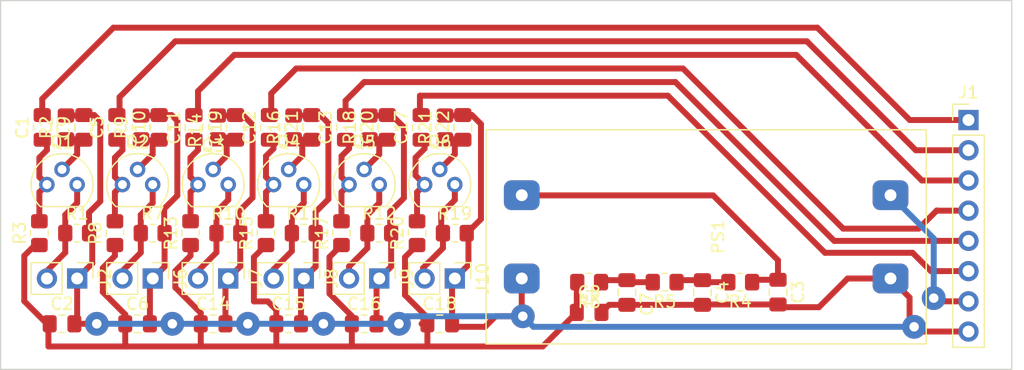
<source format=kicad_pcb>
(kicad_pcb (version 20211014) (generator pcbnew)
  (layers (0 "F.Cu" signal) (31 "B.Cu" signal) (34 "B.Paste" user) (35 "F.Paste" user) (36 "B.SilkS" user "B.Silkscreen") (37 "F.SilkS" user "F.Silkscreen") (38 "B.Mask" user) (39 "F.Mask" user) (44 "Edge.Cuts" user))
  (net 0 "")
  (net 1 "Net-(C1-Pad1)")
  (net 2 "VCC")
  (net 3 "/preOut_1sig")
  (net 4 "GNDA")
  (net 5 "Net-(C5-Pad1)")
  (net 6 "/preOut_2sig")
  (net 7 "/preIn_1sig")
  (net 8 "/preOut_3sig")
  (net 9 "/preOut_4sig")
  (net 10 "/preOut_5sig")
  (net 11 "/preOut_6sig")
  (net 12 "Net-(C9-Pad1)")
  (net 13 "Net-(C10-Pad1)")
  (net 14 "/preIn_2sig")
  (net 15 "Net-(C11-Pad1)")
  (net 16 "Net-(C12-Pad1)")
  (net 17 "Net-(C13-Pad1)")
  (net 18 "Net-(C17-Pad1)")
  (net 19 "/preIn_3sig")
  (net 20 "/preIn_4sig")
  (net 21 "/preIn_5sig")
  (net 22 "/preIn_6sig")
  (net 23 "Net-(C19-Pad1)")
  (net 24 "Net-(C20-Pad1)")
  (net 25 "Net-(C21-Pad1)")
  (net 26 "Net-(C22-Pad1)")
  (net 27 "Net-(C3-Pad1)")
  (net 28 "Net-(C4-Pad1)")
  (net 29 "Net-(C7-Pad1)")
  (net 30 "/Vin")
  (footprint "Capacitor_SMD:C_0805_2012Metric_Pad1.18x1.45mm_HandSolder" (layer "F.Cu") (at 116.197229 127.085 90)
    (fp_text reference "C20")
    (fp_text value "4.7u")
  )
  (footprint "Resistor_SMD:R_0805_2012Metric_Pad1.20x1.40mm_HandSolder" (layer "F.Cu") (at 89.197229 127.085 90)
    (fp_text reference "R2")
    (fp_text value "2.2k")
  )
  (footprint "Resistor_SMD:R_0805_2012Metric_Pad1.20x1.40mm_HandSolder" (layer "F.Cu") (at 99.667229 135.975 90)
    (fp_text reference "R13")
    (fp_text value "6.8k")
  )
  (footprint "Capacitor_SMD:C_0805_2012Metric_Pad1.18x1.45mm_HandSolder" (layer "F.Cu") (at 133.172229 142.635)
    (fp_text reference "C8")
    (fp_text value "10u")
  )
  (footprint "Capacitor_SMD:C_0805_2012Metric_Pad1.18x1.45mm_HandSolder" (layer "F.Cu") (at 119.055 127.085 90)
    (fp_text reference "C17")
    (fp_text value "4.7u")
  )
  (footprint "Capacitor_SMD:C_0805_2012Metric_Pad1.18x1.45mm_HandSolder" (layer "F.Cu") (at 87.197229 127.085 90)
    (fp_text reference "C1")
    (fp_text value "4.7u")
  )
  (footprint "Package_TO_SOT_THT:TO-92" (layer "F.Cu") (at 93.942229 131.89)
    (fp_text reference "Q2")
    (fp_text value "mpf102")
  )
  (footprint "Capacitor_SMD:C_0805_2012Metric_Pad1.18x1.45mm_HandSolder" (layer "F.Cu") (at 149.047229 140.9325 -90)
    (fp_text reference "C3")
    (fp_text value "22u")
  )
  (footprint "Connector_PinHeader_2.54mm:PinHeader_1x02_P2.54mm_Vertical" (layer "F.Cu") (at 109.187229 139.785 -90)
    (fp_text reference "J8")
    (fp_text value "Conn_01x02")
  )
  (footprint "Resistor_SMD:R_0805_2012Metric_Pad1.20x1.40mm_HandSolder" (layer "F.Cu") (at 145.872229 140.095 180)
    (fp_text reference "R4")
    (fp_text value "330")
  )
  (footprint "Capacitor_SMD:C_0805_2012Metric_Pad1.18x1.45mm_HandSolder" (layer "F.Cu") (at 103.447229 127.085 90)
    (fp_text reference "C19")
    (fp_text value "4.7u")
  )
  (footprint "Connector_PinHeader_2.54mm:PinHeader_1x02_P2.54mm_Vertical" (layer "F.Cu") (at 102.832229 139.785 -90)
    (fp_text reference "J7")
    (fp_text value "Conn_01x02")
  )
  (footprint "Package_TO_SOT_THT:TO-92" (layer "F.Cu") (at 100.292229 131.89)
    (fp_text reference "Q3")
    (fp_text value "mpf102")
  )
  (footprint "Resistor_SMD:R_0805_2012Metric_Pad1.20x1.40mm_HandSolder" (layer "F.Cu") (at 108.331 127.085 90)
    (fp_text reference "R16")
    (fp_text value "2.2k")
  )
  (footprint "Resistor_SMD:R_0805_2012Metric_Pad1.20x1.40mm_HandSolder" (layer "F.Cu") (at 86.957229 135.975 90)
    (fp_text reference "R3")
    (fp_text value "6.8k")
  )
  (footprint "Connector_PinHeader_2.54mm:PinHeader_1x02_P2.54mm_Vertical" (layer "F.Cu") (at 121.882229 139.785 -90)
    (fp_text reference "J10")
    (fp_text value "Conn_01x02")
  )
  (footprint "Resistor_SMD:R_0805_2012Metric_Pad1.20x1.40mm_HandSolder" (layer "F.Cu") (at 95.504 127.085 90)
    (fp_text reference "R9")
    (fp_text value "2.2k")
  )
  (footprint "Connector_PinHeader_2.54mm:PinHeader_1x02_P2.54mm_Vertical" (layer "F.Cu") (at 115.532229 139.785 -90)
    (fp_text reference "J9")
    (fp_text value "Conn_01x02")
  )
  (footprint "Resistor_SMD:R_0805_2012Metric_Pad1.20x1.40mm_HandSolder" (layer "F.Cu") (at 96.482229 135.975)
    (fp_text reference "R7")
    (fp_text value "1M")
  )
  (footprint "Connector_PinHeader_2.54mm:PinHeader_1x02_P2.54mm_Vertical" (layer "F.Cu") (at 96.487229 139.785 -90)
    (fp_text reference "J6")
    (fp_text value "Conn_01x02" hide)
  )
  (footprint "Capacitor_SMD:C_0805_2012Metric_Pad1.18x1.45mm_HandSolder" (layer "F.Cu") (at 120.612229 143.595)
    (fp_text reference "C18")
    (fp_text value "10u")
  )
  (footprint "Resistor_SMD:R_0805_2012Metric_Pad1.20x1.40mm_HandSolder" (layer "F.Cu") (at 90.132229 135.975)
    (fp_text reference "R1")
    (fp_text value "1M")
  )
  (footprint "Resistor_SMD:R_0805_2012Metric_Pad1.20x1.40mm_HandSolder" (layer "F.Cu") (at 114.697229 127.085 90)
    (fp_text reference "R18")
    (fp_text value "2.2k")
  )
  (footprint "Capacitor_SMD:C_0805_2012Metric_Pad1.18x1.45mm_HandSolder" (layer "F.Cu") (at 106.299 127.085 90)
    (fp_text reference "C12")
    (fp_text value "4.7u")
  )
  (footprint "Capacitor_SMD:C_0805_2012Metric_Pad1.18x1.45mm_HandSolder" (layer "F.Cu") (at 107.912229 143.595)
    (fp_text reference "C15")
    (fp_text value "10u")
  )
  (footprint "Capacitor_SMD:C_0805_2012Metric_Pad1.18x1.45mm_HandSolder" (layer "F.Cu") (at 109.855 127.085 90)
    (fp_text reference "C21")
    (fp_text value "4.7u")
  )
  (footprint "Resistor_SMD:R_0805_2012Metric_Pad1.20x1.40mm_HandSolder" (layer "F.Cu") (at 121.055 127.085 90)
    (fp_text reference "R21")
    (fp_text value "2.2k")
  )
  (footprint "Capacitor_SMD:C_0805_2012Metric_Pad1.18x1.45mm_HandSolder" (layer "F.Cu") (at 90.697229 127.085 90)
    (fp_text reference "C9")
    (fp_text value "4.7u")
  )
  (footprint "Resistor_SMD:R_0805_2012Metric_Pad1.20x1.40mm_HandSolder" (layer "F.Cu") (at 121.882229 135.975)
    (fp_text reference "R19")
    (fp_text value "1M")
  )
  (footprint "Package_TO_SOT_THT:TO-92" (layer "F.Cu") (at 106.642229 131.89)
    (fp_text reference "Q4")
    (fp_text value "mpf102")
  )
  (footprint "Connector_PinHeader_2.54mm:PinHeader_1x02_P2.54mm_Vertical" (layer "F.Cu") (at 90.132229 139.785 -90)
    (fp_text reference "J2")
    (fp_text value "Conn_01x02" hide)
  )
  (footprint "Capacitor_SMD:C_0805_2012Metric_Pad1.18x1.45mm_HandSolder" (layer "F.Cu") (at 95.212229 143.595)
    (fp_text reference "C6")
    (fp_text value "10u")
  )
  (footprint "Capacitor_SMD:C_0805_2012Metric_Pad1.18x1.45mm_HandSolder" (layer "F.Cu") (at 112.697229 127.085 90)
    (fp_text reference "C13")
    (fp_text value "4.7u")
  )
  (footprint "Capacitor_SMD:C_0805_2012Metric_Pad1.18x1.45mm_HandSolder" (layer "F.Cu") (at 122.555 127.085 90)
    (fp_text reference "C22")
    (fp_text value "4.7u")
  )
  (footprint "Connector_PinHeader_2.54mm:PinHeader_1x08_P2.54mm_Vertical" (layer "F.Cu") (at 165.062229 126.465)
    (fp_text reference "J1")
    (fp_text value "Conn_01x08")
  )
  (footprint "Resistor_SMD:R_0805_2012Metric_Pad1.20x1.40mm_HandSolder" (layer "F.Cu") (at 102.842229 135.975)
    (fp_text reference "R10")
    (fp_text value "1M")
  )
  (footprint "Capacitor_SMD:C_0805_2012Metric_Pad1.18x1.45mm_HandSolder" (layer "F.Cu") (at 136.347229 140.9625 -90)
    (fp_text reference "C7")
    (fp_text value "10u")
  )
  (footprint "Capacitor_SMD:C_0805_2012Metric_Pad1.18x1.45mm_HandSolder" (layer "F.Cu") (at 97.028 127.085 90)
    (fp_text reference "C10")
    (fp_text value "4.7u")
  )
  (footprint "Capacitor_SMD:C_0805_2012Metric_Pad1.18x1.45mm_HandSolder" (layer "F.Cu") (at 101.562229 143.595)
    (fp_text reference "C14")
    (fp_text value "10u")
  )
  (footprint "Capacitor_SMD:C_0805_2012Metric_Pad1.18x1.45mm_HandSolder" (layer "F.Cu") (at 93.472 127.085 90)
    (fp_text reference "C5")
    (fp_text value "4.7u")
  )
  (footprint "Resistor_SMD:R_0805_2012Metric_Pad1.20x1.40mm_HandSolder" (layer "F.Cu") (at 133.172229 140.095 180)
    (fp_text reference "R6")
    (fp_text value "330")
  )
  (footprint "Resistor_SMD:R_0805_2012Metric_Pad1.20x1.40mm_HandSolder" (layer "F.Cu") (at 118.707229 135.975 90)
    (fp_text reference "R20")
    (fp_text value "6.8k")
  )
  (footprint "Resistor_SMD:R_0805_2012Metric_Pad1.20x1.40mm_HandSolder" (layer "F.Cu") (at 139.522229 140.095 180)
    (fp_text reference "R5")
    (fp_text value "330")
  )
  (footprint "Capacitor_SMD:C_0805_2012Metric_Pad1.18x1.45mm_HandSolder" (layer "F.Cu") (at 142.697229 140.9625 -90)
    (fp_text reference "C4")
    (fp_text value "10u")
  )
  (footprint "Resistor_SMD:R_0805_2012Metric_Pad1.20x1.40mm_HandSolder" (layer "F.Cu") (at 112.352229 135.975 90)
    (fp_text reference "R17")
    (fp_text value "6.8k")
  )
  (footprint "Resistor_SMD:R_0805_2012Metric_Pad1.20x1.40mm_HandSolder" (layer "F.Cu") (at 106.007229 135.975 90)
    (fp_text reference "R15")
    (fp_text value "6.8k")
  )
  (footprint "Capacitor_SMD:C_0805_2012Metric_Pad1.18x1.45mm_HandSolder" (layer "F.Cu") (at 88.862229 143.595)
    (fp_text reference "C2")
    (fp_text value "10u")
  )
  (footprint "Converter_DCDC:Converter_DCDC_Murata_MEE1SxxxxSC_THT" (layer "F.Cu") (at 143.007229 136.285 -90)
    (fp_text reference "PS1")
    (fp_text value "MEE1S0512SC")
  )
  (footprint "Package_TO_SOT_THT:TO-92" (layer "F.Cu") (at 112.987229 131.89)
    (fp_text reference "Q5")
    (fp_text value "mpf102")
  )
  (footprint "Resistor_SMD:R_0805_2012Metric_Pad1.20x1.40mm_HandSolder" (layer "F.Cu") (at 93.307229 135.975 90)
    (fp_text reference "R8")
    (fp_text value "6.8k")
  )
  (footprint "Capacitor_SMD:C_0805_2012Metric_Pad1.18x1.45mm_HandSolder" (layer "F.Cu") (at 114.262229 143.595)
    (fp_text reference "C16")
    (fp_text value "10u")
  )
  (footprint "Resistor_SMD:R_0805_2012Metric_Pad1.20x1.40mm_HandSolder" (layer "F.Cu") (at 115.527229 135.975)
    (fp_text reference "R12")
    (fp_text value "1M")
  )
  (footprint "Resistor_SMD:R_0805_2012Metric_Pad1.20x1.40mm_HandSolder" (layer "F.Cu") (at 109.182229 135.975)
    (fp_text reference "R11")
    (fp_text value "1M")
  )
  (footprint "Package_TO_SOT_THT:TO-92" (layer "F.Cu") (at 87.592229 131.89)
    (fp_text reference "Q1")
    (fp_text value "mpf102")
  )
  (footprint "Resistor_SMD:R_0805_2012Metric_Pad1.20x1.40mm_HandSolder" (layer "F.Cu") (at 101.947229 127.085 90)
    (fp_text reference "R14")
    (fp_text value "2.2k")
  )
  (footprint "Package_TO_SOT_THT:TO-92" (layer "F.Cu") (at 119.342229 131.89)
    (fp_text reference "Q6")
    (fp_text value "mpf102")
  )
  (footprint "Capacitor_SMD:C_0805_2012Metric_Pad1.18x1.45mm_HandSolder" (layer "F.Cu") (at 99.947229 127.085 90)
    (fp_text reference "C11")
    (fp_text value "4.7u")
  )
  (gr_line (start 168.697229 116.425) (end 83.697229 116.425) (layer "Edge.Cuts") (width 0.1))
  (gr_line (start 83.697229 147.425) (end 168.697229 147.425) (layer "Edge.Cuts") (width 0.1))
  (gr_line (start 83.697229 116.425) (end 83.697229 147.425) (layer "Edge.Cuts") (width 0.1))
  (gr_line (start 168.697229 147.425) (end 168.697229 116.425) (layer "Edge.Cuts") (width 0.1))
  (segment (start 87.592229 128.1225) (end 87.592229 128.99) (width 0.5) (layer "F.Cu") (net 1))
  (segment (start 87.592229 128.99) (end 86.957229 129.625) (width 0.5) (layer "F.Cu") (net 1))
  (segment (start 86.957229 134.975) (end 86.957229 132.525) (width 0.5) (layer "F.Cu") (net 1))
  (segment (start 86.957229 129.625) (end 86.957229 131.255) (width 0.5) (layer "F.Cu") (net 1))
  (segment (start 86.957229 131.255) (end 87.592229 131.89) (width 0.5) (layer "F.Cu") (net 1))
  (segment (start 86.957229 132.525) (end 87.592229 131.89) (width 0.5) (layer "F.Cu") (net 1))
  (segment (start 104.991229 141.7115) (end 106.155729 141.7115) (width 0.5) (layer "F.Cu") (net 2))
  (segment (start 100.524729 145.3515) (end 100.673229 145.5) (width 0.5) (layer "F.Cu") (net 2))
  (segment (start 98.387229 140.547) (end 100.524729 142.6845) (width 0.5) (layer "F.Cu") (net 2))
  (segment (start 113.224729 145.3945) (end 113.119229 145.5) (width 0.5) (layer "F.Cu") (net 2))
  (segment (start 87.592229 143.595) (end 85.687229 141.69) (width 0.5) (layer "F.Cu") (net 2))
  (segment (start 106.874729 143.595) (end 106.874729 145.3515) (width 0.5) (layer "F.Cu") (net 2))
  (segment (start 99.667229 136.975) (end 99.667229 137.87) (width 0.5) (layer "F.Cu") (net 2))
  (segment (start 106.874729 142.4305) (end 106.874729 143.595) (width 0.5) (layer "F.Cu") (net 2))
  (segment (start 86.592229 136.975) (end 86.957229 136.975) (width 0.5) (layer "F.Cu") (net 2))
  (segment (start 113.119229 145.5) (end 107.023229 145.5) (width 0.5) (layer "F.Cu") (net 2))
  (segment (start 94.323229 145.5) (end 87.719229 145.5) (width 0.5) (layer "F.Cu") (net 2))
  (segment (start 111.341229 141.055) (end 111.341229 137.986) (width 0.5) (layer "F.Cu") (net 2))
  (segment (start 132.134729 142.635) (end 132.134729 140.1325) (width 0.5) (layer "F.Cu") (net 2))
  (segment (start 98.387229 139.15) (end 98.387229 140.547) (width 0.5) (layer "F.Cu") (net 2))
  (segment (start 87.824729 143.595) (end 87.592229 143.595) (width 0.5) (layer "F.Cu") (net 2))
  (segment (start 111.341229 137.986) (end 112.352229 136.975) (width 0.5) (layer "F.Cu") (net 2))
  (segment (start 99.667229 137.87) (end 98.387229 139.15) (width 0.5) (layer "F.Cu") (net 2))
  (segment (start 93.307229 137.88) (end 92.291229 138.896) (width 0.5) (layer "F.Cu") (net 2))
  (segment (start 129.269729 145.5) (end 119.469229 145.5) (width 0.5) (layer "F.Cu") (net 2))
  (segment (start 117.691229 141.182) (end 119.574729 143.0655) (width 0.5) (layer "F.Cu") (net 2))
  (segment (start 132.134729 140.1325) (end 132.172229 140.095) (width 0.5) (layer "F.Cu") (net 2))
  (segment (start 94.174729 145.3515) (end 94.323229 145.5) (width 0.5) (layer "F.Cu") (net 2))
  (segment (start 113.224729 142.9385) (end 111.341229 141.055) (width 0.5) (layer "F.Cu") (net 2))
  (segment (start 119.574729 143.0655) (end 119.574729 143.595) (width 0.5) (layer "F.Cu") (net 2))
  (segment (start 113.224729 143.595) (end 113.224729 142.9385) (width 0.5) (layer "F.Cu") (net 2))
  (segment (start 104.991229 137.991) (end 104.991229 141.7115) (width 0.5) (layer "F.Cu") (net 2))
  (segment (start 92.291229 138.896) (end 92.291229 140.928) (width 0.5) (layer "F.Cu") (net 2))
  (segment (start 100.524729 143.595) (end 100.524729 145.3515) (width 0.5) (layer "F.Cu") (net 2))
  (segment (start 94.174729 143.595) (end 93.942229 143.595) (width 0.5) (layer "F.Cu") (net 2))
  (segment (start 85.687229 137.88) (end 85.687229 141.69) (width 0.5) (layer "F.Cu") (net 2))
  (segment (start 119.574729 143.595) (end 119.574729 145.3945) (width 0.5) (layer "F.Cu") (net 2))
  (segment (start 107.023229 145.5) (end 100.673229 145.5) (width 0.5) (layer "F.Cu") (net 2))
  (segment (start 94.174729 143.595) (end 94.174729 145.3515) (width 0.5) (layer "F.Cu") (net 2))
  (segment (start 87.719229 143.7005) (end 87.824729 143.595) (width 0.5) (layer "F.Cu") (net 2))
  (segment (start 106.874729 145.3515) (end 107.023229 145.5) (width 0.5) (layer "F.Cu") (net 2))
  (segment (start 106.007229 136.975) (end 104.991229 137.991) (width 0.5) (layer "F.Cu") (net 2))
  (segment (start 92.291229 140.928) (end 94.174729 142.8115) (width 0.5) (layer "F.Cu") (net 2))
  (segment (start 119.574729 145.3945) (end 119.469229 145.5) (width 0.5) (layer "F.Cu") (net 2))
  (segment (start 106.155729 141.7115) (end 106.874729 142.4305) (width 0.5) (layer "F.Cu") (net 2))
  (segment (start 118.707229 136.975) (end 117.691229 137.991) (width 0.5) (layer "F.Cu") (net 2))
  (segment (start 93.307229 136.975) (end 93.307229 137.88) (width 0.5) (layer "F.Cu") (net 2))
  (segment (start 119.574729 143.595) (end 119.088229 143.595) (width 0.5) (layer "F.Cu") (net 2))
  (segment (start 117.691229 137.991) (end 117.691229 141.182) (width 0.5) (layer "F.Cu") (net 2))
  (segment (start 94.174729 142.8115) (end 94.174729 143.595) (width 0.5) (layer "F.Cu") (net 2))
  (segment (start 85.687229 137.88) (end 86.592229 136.975) (width 0.5) (layer "F.Cu") (net 2))
  (segment (start 100.524729 142.6845) (end 100.524729 143.595) (width 0.5) (layer "F.Cu") (net 2))
  (segment (start 87.719229 145.5) (end 87.719229 143.7005) (width 0.5) (layer "F.Cu") (net 2))
  (segment (start 132.134729 142.635) (end 129.269729 145.5) (width 0.5) (layer "F.Cu") (net 2))
  (segment (start 119.469229 145.5) (end 113.119229 145.5) (width 0.5) (layer "F.Cu") (net 2))
  (segment (start 113.224729 143.595) (end 113.224729 145.3945) (width 0.5) (layer "F.Cu") (net 2))
  (segment (start 100.673229 145.5) (end 94.323229 145.5) (width 0.5) (layer "F.Cu") (net 2))
  (segment (start 113.224729 143.595) (end 112.992229 143.595) (width 0.5) (layer "F.Cu") (net 2))
  (segment (start 87.197229 125.6525) (end 87.197229 124.686) (width 0.5) (layer "F.Cu") (net 3))
  (segment (start 152.362229 118.703) (end 160.124229 126.465) (width 0.5) (layer "F.Cu") (net 3))
  (segment (start 93.180229 118.703) (end 152.362229 118.703) (width 0.5) (layer "F.Cu") (net 3))
  (segment (start 160.124229 126.465) (end 165.062229 126.465) (width 0.5) (layer "F.Cu") (net 3))
  (segment (start 87.197229 124.686) (end 93.180229 118.703) (width 0.5) (layer "F.Cu") (net 3))
  (segment (start 87.592229 126.0475) (end 87.197229 125.6525) (width 0.5) (layer "F.Cu") (net 3))
  (segment (start 160.109229 141.387) (end 160.109229 143.468) (width 0.5) (layer "F.Cu") (net 4))
  (segment (start 98.552771 126.530542) (end 98.552771 132.819458) (width 0.5) (layer "F.Cu") (net 4))
  (segment (start 158.507229 139.785) (end 160.109229 141.387) (width 0.5) (layer "F.Cu") (net 4))
  (segment (start 111.252 133.120229) (end 110.182229 134.19) (width 0.5) (layer "F.Cu") (net 4))
  (segment (start 134.844729 142) (end 134.209729 142.635) (width 0.5) (layer "F.Cu") (net 4))
  (segment (start 120.947229 126.085) (end 122.409729 126.085) (width 0.5) (layer "F.Cu") (net 4))
  (segment (start 104.879584 126.857355) (end 104.879584 132.992645) (width 0.5) (layer "F.Cu") (net 4))
  (segment (start 91.402229 138.515) (end 91.402229 136.245) (width 0.5) (layer "F.Cu") (net 4))
  (segment (start 91.159729 126.085) (end 91.197229 126.0475) (width 0.5) (layer "F.Cu") (net 4))
  (segment (start 97.159729 126.085) (end 97.197229 126.0475) (width 0.5) (layer "F.Cu") (net 4))
  (segment (start 103.697229 134.175) (end 103.697229 135.83) (width 0.5) (layer "F.Cu") (net 4))
  (segment (start 121.903729 143.849) (end 121.649729 143.595) (width 0.5) (layer "F.Cu") (net 4))
  (segment (start 92.075 126.552771) (end 92.075 133.297229) (width 0.5) (layer "F.Cu") (net 4))
  (segment (start 91.569729 126.0475) (end 92.075 126.552771) (width 0.5) (layer "F.Cu") (net 4))
  (segment (start 103.842229 135.975) (end 103.842229 138.775) (width 0.5) (layer "F.Cu") (net 4))
  (segment (start 160.886229 144.245) (end 165.062229 144.245) (width 0.5) (layer "F.Cu") (net 4))
  (segment (start 116.197229 126.0475) (end 116.569729 126.0475) (width 0.5) (layer "F.Cu") (net 4))
  (segment (start 115.299729 143.595) (end 115.299729 140.0175) (width 0.5) (layer "F.Cu") (net 4))
  (segment (start 122.897229 135.975) (end 122.882229 135.975) (width 0.5) (layer "F.Cu") (net 4))
  (segment (start 97.482229 135.975) (end 97.482229 138.79) (width 0.5) (layer "F.Cu") (net 4))
  (segment (start 121.649729 140.0175) (end 121.882229 139.785) (width 0.5) (layer "F.Cu") (net 4))
  (segment (start 152.489229 142.198) (end 149.275229 142.198) (width 0.5) (layer "F.Cu") (net 4))
  (segment (start 127.507229 142.87) (end 127.597229 142.96) (width 0.5) (layer "F.Cu") (net 4))
  (segment (start 111.252 126.729771) (end 111.252 133.120229) (width 0.5) (layer "F.Cu") (net 4))
  (segment (start 110.182229 138.79) (end 109.187229 139.785) (width 0.5) (layer "F.Cu") (net 4))
  (segment (start 121.882229 139.785) (end 123.025229 138.642) (width 0.5) (layer "F.Cu") (net 4))
  (segment (start 149.047229 141.97) (end 142.727229 141.97) (width 0.5) (layer "F.Cu") (net 4))
  (segment (start 89.197229 126.085) (end 90.659729 126.085) (width 0.5) (layer "F.Cu") (net 4))
  (segment (start 91.402229 136.245) (end 91.132229 135.975) (width 0.5) (layer "F.Cu") (net 4))
  (segment (start 122.409729 126.085) (end 122.447229 126.0475) (width 0.5) (layer "F.Cu") (net 4))
  (segment (start 108.949729 140.0225) (end 109.187229 139.785) (width 0.5) (layer "F.Cu") (net 4))
  (segment (start 123.319729 126.0475) (end 124.079 126.806771) (width 0.5) (layer "F.Cu") (net 4))
  (segment (start 97.197229 126.0475) (end 98.069729 126.0475) (width 0.5) (layer "F.Cu") (net 4))
  (segment (start 97.447229 135.94) (end 97.482229 135.975) (width 0.5) (layer "F.Cu") (net 4))
  (segment (start 123.025229 138.642) (end 123.025229 136.118) (width 0.5) (layer "F.Cu") (net 4))
  (segment (start 98.133229 143.595) (end 96.249729 143.595) (width 0.5) (layer "F.Cu") (net 4))
  (segment (start 110.833229 143.595) (end 108.949729 143.595) (width 0.5) (layer "F.Cu") (net 4))
  (segment (start 124.422229 143.849) (end 121.903729 143.849) (width 0.5) (layer "F.Cu") (net 4))
  (segment (start 102.599729 140.0175) (end 102.832229 139.785) (width 0.5) (layer "F.Cu") (net 4))
  (segment (start 96.249729 140.0225) (end 96.487229 139.785) (width 0.5) (layer "F.Cu") (net 4))
  (segment (start 104.483229 143.595) (end 102.599729 143.595) (width 0.5) (layer "F.Cu") (net 4))
  (segment (start 91.783229 143.595) (end 89.899729 143.595) (width 0.5) (layer "F.Cu") (net 4))
  (segment (start 149.275229 142.198) (end 149.047229 141.97) (width 0.5) (layer "F.Cu") (net 4))
  (segment (start 97.482229 138.79) (end 96.487229 139.785) (width 0.5) (layer "F.Cu") (net 4))
  (segment (start 127.507229 139.785) (end 127.507229 142.87) (width 0.5) (layer "F.Cu") (net 4))
  (segment (start 116.159729 126.085) (end 116.197229 126.0475) (width 0.5) (layer "F.Cu") (net 4))
  (segment (start 103.697229 135.83) (end 103.842229 135.975) (width 0.5) (layer "F.Cu") (net 4))
  (segment (start 103.842229 138.775) (end 102.832229 139.785) (width 0.5) (layer "F.Cu") (net 4))
  (segment (start 127.597229 142.96) (end 125.311229 142.96) (width 0.5) (layer "F.Cu") (net 4))
  (segment (start 102.599729 143.595) (end 102.599729 140.0175) (width 0.5) (layer "F.Cu") (net 4))
  (segment (start 90.697229 126.0475) (end 91.569729 126.0475) (width 0.5) (layer "F.Cu") (net 4))
  (segment (start 115.299729 140.0175) (end 115.532229 139.785) (width 0.5) (layer "F.Cu") (net 4))
  (segment (start 154.902229 139.785) (end 152.489229 142.198) (width 0.5) (layer "F.Cu") (net 4))
  (segment (start 103.447229 126.0475) (end 104.069729 126.0475) (width 0.5) (layer "F.Cu") (net 4))
  (segment (start 109.909729 126.085) (end 109.947229 126.0475) (width 0.5) (layer "F.Cu") (net 4))
  (segment (start 117.602 127.079771) (end 117.602 133.020229) (width 0.5) (layer "F.Cu") (net 4))
  (segment (start 116.527229 138.79) (end 115.532229 139.785) (width 0.5) (layer "F.Cu") (net 4))
  (segment (start 117.183229 143.595) (end 115.299729 143.595) (width 0.5) (layer "F.Cu") (net 4))
  (segment (start 116.447229 134.175) (end 116.447229 135.895) (width 0.5) (layer "F.Cu") (net 4))
  (segment (start 103.409729 126.085) (end 103.447229 126.0475) (width 0.5) (layer "F.Cu") (net 4))
  (segment (start 142.697229 142) (end 136.347229 142) (width 0.5) (layer "F.Cu") (net 4))
  (segment (start 122.447229 126.0475) (end 123.319729 126.0475) (width 0.5) (layer "F.Cu") (net 4))
  (segment (start 92.075 133.297229) (end 91.132229 134.24) (width 0.5) (layer "F.Cu") (net 4))
  (segment (start 110.182229 134.19) (end 110.182229 135.975) (width 0.5) (layer "F.Cu") (net 4))
  (segment (start 91.132229 134.24) (end 91.132229 135.975) (width 0.5) (layer "F.Cu") (net 4))
  (segment (start 117.602 133.020229) (end 116.447229 134.175) (width 0.5) (layer "F.Cu") (net 4))
  (segment (start 116.527229 135.975) (end 116.527229 138.79) (width 0.5) (layer "F.Cu") (net 4))
  (segment (start 116.447229 135.895) (end 116.527229 135.975) (width 0.5) (layer "F.Cu") (net 4))
  (segment (start 96.249729 143.595) (end 96.249729 140.0225) (width 0.5) (layer "F.Cu") (net 4))
  (segment (start 97.447229 133.925) (end 97.447229 135.94) (width 0.5) (layer "F.Cu") (net 4))
  (segment (start 108.949729 143.595) (end 108.949729 140.0225) (width 0.5) (layer "F.Cu") (net 4))
  (segment (start 136.347229 142) (end 134.844729 142) (width 0.5) (layer "F.Cu") (net 4))
  (segment (start 90.132229 139.785) (end 90.132229 143.3625) (width 0.5) (layer "F.Cu") (net 4))
  (segment (start 116.569729 126.0475) (end 117.602 127.079771) (width 0.5) (layer "F.Cu") (net 4))
  (segment (start 142.727229 141.97) (end 142.697229 142) (width 0.5) (layer "F.Cu") (net 4))
  (segment (start 160.109229 143.468) (end 160.490229 143.849) (width 0.5) (layer "F.Cu") (net 4))
  (segment (start 114.697229 126.085) (end 116.159729 126.085) (width 0.5) (layer "F.Cu") (net 4))
  (segment (start 121.649729 143.595) (end 121.649729 140.0175) (width 0.5) (layer "F.Cu") (net 4))
  (segment (start 90.132229 143.3625) (end 89.899729 143.595) (width 0.5) (layer "F.Cu") (net 4))
  (segment (start 158.507229 139.785) (end 154.902229 139.785) (width 0.5) (layer "F.Cu") (net 4))
  (segment (start 123.025229 136.118) (end 122.882229 135.975) (width 0.5) (layer "F.Cu") (net 4))
  (segment (start 104.069729 126.0475) (end 104.879584 126.857355) (width 0.5) (layer "F.Cu") (net 4))
  (segment (start 104.879584 132.992645) (end 103.697229 134.175) (width 0.5) (layer "F.Cu") (net 4))
  (segment (start 110.569729 126.0475) (end 111.252 126.729771) (width 0.5) (layer "F.Cu") (net 4))
  (segment (start 101.947229 126.085) (end 103.409729 126.085) (width 0.5) (layer "F.Cu") (net 4))
  (segment (start 124.079 126.806771) (end 124.079 134.793229) (width 0.5) (layer "F.Cu") (net 4))
  (segment (start 90.659729 126.085) (end 90.697229 126.0475) (width 0.5) (layer "F.Cu") (net 4))
  (segment (start 124.079 134.793229) (end 122.897229 135.975) (width 0.5) (layer "F.Cu") (net 4))
  (segment (start 109.947229 126.0475) (end 110.569729 126.0475) (width 0.5) (layer "F.Cu") (net 4))
  (segment (start 95.697229 126.085) (end 97.159729 126.085) (width 0.5) (layer "F.Cu") (net 4))
  (segment (start 98.069729 126.0475) (end 98.552771 126.530542) (width 0.5) (layer "F.Cu") (net 4))
  (segment (start 125.311229 142.96) (end 124.422229 143.849) (width 0.5) (layer "F.Cu") (net 4))
  (segment (start 110.182229 135.975) (end 110.182229 138.79) (width 0.5) (layer "F.Cu") (net 4))
  (segment (start 90.132229 139.785) (end 91.402229 138.515) (width 0.5) (layer "F.Cu") (net 4))
  (segment (start 160.490229 143.849) (end 160.886229 144.245) (width 0.5) (layer "F.Cu") (net 4))
  (segment (start 98.552771 132.819458) (end 97.447229 133.925) (width 0.5) (layer "F.Cu") (net 4))
  (segment (start 108.447229 126.085) (end 109.909729 126.085) (width 0.5) (layer "F.Cu") (net 4))
  (via (at 160.490229 143.849) (size 2) (drill 0.8) (layers "F.Cu" "B.Cu") (net 4))
  (via (at 91.783229 143.595) (size 2) (drill 0.8) (layers "F.Cu" "B.Cu") (net 4))
  (via (at 104.483229 143.595) (size 2) (drill 0.8) (layers "F.Cu" "B.Cu") (net 4))
  (via (at 98.133229 143.595) (size 2) (drill 0.8) (layers "F.Cu" "B.Cu") (net 4))
  (via (at 110.833229 143.595) (size 2) (drill 0.8) (layers "F.Cu" "B.Cu") (net 4))
  (via (at 117.183229 143.595) (size 2) (drill 0.8) (layers "F.Cu" "B.Cu") (net 4))
  (via (at 127.597229 142.96) (size 2) (drill 0.8) (layers "F.Cu" "B.Cu") (net 4))
  (segment (start 128.486229 143.849) (end 127.597229 142.96) (width 0.5) (layer "B.Cu") (net 4))
  (segment (start 160.490229 143.849) (end 128.486229 143.849) (width 0.5) (layer "B.Cu") (net 4))
  (segment (start 110.833229 143.595) (end 104.483229 143.595) (width 0.5) (layer "B.Cu") (net 4))
  (segment (start 117.183229 143.595) (end 110.833229 143.595) (width 0.5) (layer "B.Cu") (net 4))
  (segment (start 117.818229 142.96) (end 117.183229 143.595) (width 0.5) (layer "B.Cu") (net 4))
  (segment (start 98.133229 143.595) (end 91.783229 143.595) (width 0.5) (layer "B.Cu") (net 4))
  (segment (start 127.597229 142.96) (end 117.818229 142.96) (width 0.5) (layer "B.Cu") (net 4))
  (segment (start 104.483229 143.595) (end 98.133229 143.595) (width 0.5) (layer "B.Cu") (net 4))
  (segment (start 93.307229 134.975) (end 93.307229 132.525) (width 0.5) (layer "F.Cu") (net 5))
  (segment (start 93.307229 131.255) (end 93.942229 131.89) (width 0.5) (layer "F.Cu") (net 5))
  (segment (start 93.942229 128.1225) (end 93.942229 128.99) (width 0.5) (layer "F.Cu") (net 5))
  (segment (start 93.942229 131.89) (end 93.582229 131.89) (width 0.5) (layer "F.Cu") (net 5))
  (segment (start 93.307229 132.525) (end 93.942229 131.89) (width 0.5) (layer "F.Cu") (net 5))
  (segment (start 93.942229 128.99) (end 93.307229 129.625) (width 0.5) (layer "F.Cu") (net 5))
  (segment (start 93.307229 129.625) (end 93.307229 131.255) (width 0.5) (layer "F.Cu") (net 5))
  (segment (start 93.697229 125.8025) (end 93.697229 124.536) (width 0.5) (layer "F.Cu") (net 6))
  (segment (start 98.387229 119.846) (end 151.473229 119.846) (width 0.5) (layer "F.Cu") (net 6))
  (segment (start 93.697229 124.536) (end 98.387229 119.846) (width 0.5) (layer "F.Cu") (net 6))
  (segment (start 93.942229 126.0475) (end 93.697229 125.8025) (width 0.5) (layer "F.Cu") (net 6))
  (segment (start 151.473229 119.846) (end 160.632229 129.005) (width 0.5) (layer "F.Cu") (net 6))
  (segment (start 160.632229 129.005) (end 165.062229 129.005) (width 0.5) (layer "F.Cu") (net 6))
  (segment (start 89.132229 134.435) (end 89.132229 135.975) (width 0.5) (layer "F.Cu") (net 7))
  (segment (start 87.592229 139.15) (end 87.592229 139.785) (width 0.5) (layer "F.Cu") (net 7))
  (segment (start 90.132229 133.435) (end 89.132229 134.435) (width 0.5) (layer "F.Cu") (net 7))
  (segment (start 89.132229 137.61) (end 87.592229 139.15) (width 0.5) (layer "F.Cu") (net 7))
  (segment (start 89.132229 137.61) (end 89.132229 135.975) (width 0.5) (layer "F.Cu") (net 7))
  (segment (start 90.132229 131.89) (end 90.132229 133.435) (width 0.5) (layer "F.Cu") (net 7))
  (segment (start 161.140229 131.545) (end 165.062229 131.545) (width 0.5) (layer "F.Cu") (net 8))
  (segment (start 100.292229 126.0475) (end 100.292229 124.037) (width 0.5) (layer "F.Cu") (net 8))
  (segment (start 150.584229 120.989) (end 161.140229 131.545) (width 0.5) (layer "F.Cu") (net 8))
  (segment (start 100.292229 124.037) (end 103.340229 120.989) (width 0.5) (layer "F.Cu") (net 8))
  (segment (start 103.340229 120.989) (end 150.584229 120.989) (width 0.5) (layer "F.Cu") (net 8))
  (segment (start 106.447229 125.8525) (end 106.447229 124.232) (width 0.5) (layer "F.Cu") (net 9))
  (segment (start 106.642229 126.0475) (end 106.447229 125.8525) (width 0.5) (layer "F.Cu") (net 9))
  (segment (start 162.395229 134.07) (end 162.410229 134.085) (width 0.5) (layer "F.Cu") (net 9))
  (segment (start 141.059229 122.132) (end 154.521229 135.594) (width 0.5) (layer "F.Cu") (net 9))
  (segment (start 106.447229 124.232) (end 108.547229 122.132) (width 0.5) (layer "F.Cu") (net 9))
  (segment (start 162.410229 134.085) (end 165.062229 134.085) (width 0.5) (layer "F.Cu") (net 9))
  (segment (start 160.871229 135.594) (end 162.395229 134.07) (width 0.5) (layer "F.Cu") (net 9))
  (segment (start 108.547229 122.132) (end 141.059229 122.132) (width 0.5) (layer "F.Cu") (net 9))
  (segment (start 154.521229 135.594) (end 160.871229 135.594) (width 0.5) (layer "F.Cu") (net 9))
  (segment (start 114.262229 123.275) (end 140.424229 123.275) (width 0.5) (layer "F.Cu") (net 10))
  (segment (start 112.697229 125.7525) (end 112.697229 124.84) (width 0.5) (layer "F.Cu") (net 10))
  (segment (start 112.992229 126.0475) (end 112.697229 125.7525) (width 0.5) (layer "F.Cu") (net 10))
  (segment (start 153.774229 136.625) (end 165.062229 136.625) (width 0.5) (layer "F.Cu") (net 10))
  (segment (start 112.697229 124.84) (end 114.262229 123.275) (width 0.5) (layer "F.Cu") (net 10))
  (segment (start 140.424229 123.275) (end 153.774229 136.625) (width 0.5) (layer "F.Cu") (net 10))
  (segment (start 118.954229 124.418) (end 139.789229 124.418) (width 0.5) (layer "F.Cu") (net 11))
  (segment (start 119.342229 126.0475) (end 118.947229 126.0475) (width 0.5) (layer "F.Cu") (net 11))
  (segment (start 160.363229 137.626) (end 161.902229 139.165) (width 0.5) (layer "F.Cu") (net 11))
  (segment (start 161.902229 139.165) (end 165.062229 139.165) (width 0.5) (layer "F.Cu") (net 11))
  (segment (start 139.789229 124.418) (end 152.997229 137.626) (width 0.5) (layer "F.Cu") (net 11))
  (segment (start 118.947229 126.0475) (end 118.947229 124.425) (width 0.5) (layer "F.Cu") (net 11))
  (segment (start 152.997229 137.626) (end 160.363229 137.626) (width 0.5) (layer "F.Cu") (net 11))
  (segment (start 118.947229 124.425) (end 118.954229 124.418) (width 0.5) (layer "F.Cu") (net 11))
  (segment (start 89.984229 129.498) (end 88.862229 130.62) (width 0.5) (layer "F.Cu") (net 12))
  (segment (start 90.659729 128.085) (end 90.697229 128.1225) (width 0.5) (layer "F.Cu") (net 12))
  (segment (start 89.197229 128.085) (end 90.659729 128.085) (width 0.5) (layer "F.Cu") (net 12))
  (segment (start 90.005229 129.498) (end 89.984229 129.498) (width 0.5) (layer "F.Cu") (net 12))
  (segment (start 90.132229 128.085) (end 90.132229 129.371) (width 0.5) (layer "F.Cu") (net 12))
  (segment (start 90.132229 129.371) (end 90.005229 129.498) (width 0.5) (layer "F.Cu") (net 12))
  (segment (start 96.482229 129.35) (end 95.212229 130.62) (width 0.5) (layer "F.Cu") (net 13))
  (segment (start 97.144729 128.175) (end 97.197229 128.1225) (width 0.5) (layer "F.Cu") (net 13))
  (segment (start 95.697229 128.085) (end 95.697229 128.175) (width 0.5) (layer "F.Cu") (net 13))
  (segment (start 95.697229 128.175) (end 97.144729 128.175) (width 0.5) (layer "F.Cu") (net 13))
  (segment (start 96.482229 128.085) (end 96.482229 129.35) (width 0.5) (layer "F.Cu") (net 13))
  (segment (start 95.482229 134.435) (end 96.482229 133.435) (width 0.5) (layer "F.Cu") (net 14))
  (segment (start 96.482229 133.435) (end 96.482229 131.89) (width 0.5) (layer "F.Cu") (net 14))
  (segment (start 95.482229 137.61) (end 93.947229 139.145) (width 0.5) (layer "F.Cu") (net 14))
  (segment (start 95.482229 135.975) (end 95.482229 134.435) (width 0.5) (layer "F.Cu") (net 14))
  (segment (start 93.947229 139.145) (end 93.947229 139.785) (width 0.5) (layer "F.Cu") (net 14))
  (segment (start 95.482229 135.975) (end 95.482229 137.61) (width 0.5) (layer "F.Cu") (net 14))
  (segment (start 100.292229 128.1225) (end 100.292229 128.99) (width 0.5) (layer "F.Cu") (net 15))
  (segment (start 99.657229 129.625) (end 99.657229 131.255) (width 0.5) (layer "F.Cu") (net 15))
  (segment (start 99.657229 131.255) (end 100.292229 131.89) (width 0.5) (layer "F.Cu") (net 15))
  (segment (start 99.667229 132.515) (end 100.292229 131.89) (width 0.5) (layer "F.Cu") (net 15))
  (segment (start 100.292229 128.99) (end 99.657229 129.625) (width 0.5) (layer "F.Cu") (net 15))
  (segment (start 99.667229 134.975) (end 99.667229 132.515) (width 0.5) (layer "F.Cu") (net 15))
  (segment (start 106.642229 128.1225) (end 106.642229 128.863) (width 0.5) (layer "F.Cu") (net 16))
  (segment (start 106.642229 128.863) (end 106.007229 129.498) (width 0.5) (layer "F.Cu") (net 16))
  (segment (start 106.007229 132.525) (end 106.642229 131.89) (width 0.5) (layer "F.Cu") (net 16))
  (segment (start 106.007229 131.255) (end 106.642229 131.89) (width 0.5) (layer "F.Cu") (net 16))
  (segment (start 106.007229 134.975) (end 106.007229 132.525) (width 0.5) (layer "F.Cu") (net 16))
  (segment (start 106.007229 129.498) (end 106.007229 131.255) (width 0.5) (layer "F.Cu") (net 16))
  (segment (start 112.992229 128.1225) (end 112.992229 128.863) (width 0.5) (layer "F.Cu") (net 17))
  (segment (start 112.357229 131.26) (end 112.987229 131.89) (width 0.5) (layer "F.Cu") (net 17))
  (segment (start 112.992229 128.863) (end 112.357229 129.498) (width 0.5) (layer "F.Cu") (net 17))
  (segment (start 112.357229 129.498) (end 112.357229 131.26) (width 0.5) (layer "F.Cu") (net 17))
  (segment (start 112.352229 134.975) (end 112.352229 132.525) (width 0.5) (layer "F.Cu") (net 17))
  (segment (start 112.352229 132.525) (end 112.987229 131.89) (width 0.5) (layer "F.Cu") (net 17))
  (segment (start 118.707229 132.525) (end 119.342229 131.89) (width 0.5) (layer "F.Cu") (net 18))
  (segment (start 119.342229 128.863) (end 118.580229 129.625) (width 0.5) (layer "F.Cu") (net 18))
  (segment (start 118.707229 134.975) (end 118.707229 132.525) (width 0.5) (layer "F.Cu") (net 18))
  (segment (start 118.580229 131.128) (end 119.342229 131.89) (width 0.5) (layer "F.Cu") (net 18))
  (segment (start 118.580229 129.625) (end 118.580229 131.128) (width 0.5) (layer "F.Cu") (net 18))
  (segment (start 119.342229 128.1225) (end 119.342229 128.863) (width 0.5) (layer "F.Cu") (net 18))
  (segment (start 100.292229 139.15) (end 100.292229 139.785) (width 0.5) (layer "F.Cu") (net 19))
  (segment (start 101.842229 135.975) (end 101.842229 137.6) (width 0.5) (layer "F.Cu") (net 19))
  (segment (start 101.842229 137.6) (end 100.292229 139.15) (width 0.5) (layer "F.Cu") (net 19))
  (segment (start 102.832229 131.89) (end 102.832229 133.181) (width 0.5) (layer "F.Cu") (net 19))
  (segment (start 102.832229 133.181) (end 101.842229 134.171) (width 0.5) (layer "F.Cu") (net 19))
  (segment (start 101.842229 134.171) (end 101.842229 135.975) (width 0.5) (layer "F.Cu") (net 19))
  (segment (start 108.182229 135.975) (end 108.182229 137.483) (width 0.5) (layer "F.Cu") (net 20))
  (segment (start 109.182229 131.89) (end 109.182229 133.435) (width 0.5) (layer "F.Cu") (net 20))
  (segment (start 108.182229 134.435) (end 108.182229 135.975) (width 0.5) (layer "F.Cu") (net 20))
  (segment (start 108.182229 137.483) (end 106.647229 139.018) (width 0.5) (layer "F.Cu") (net 20))
  (segment (start 109.182229 133.435) (end 108.182229 134.435) (width 0.5) (layer "F.Cu") (net 20))
  (segment (start 106.647229 139.018) (end 106.647229 139.785) (width 0.5) (layer "F.Cu") (net 20))
  (segment (start 115.527229 131.89) (end 115.527229 133.44) (width 0.5) (layer "F.Cu") (net 21))
  (segment (start 114.527229 137.234) (end 112.992229 138.769) (width 0.5) (layer "F.Cu") (net 21))
  (segment (start 115.527229 133.44) (end 114.527229 134.44) (width 0.5) (layer "F.Cu") (net 21))
  (segment (start 114.527229 135.975) (end 114.527229 137.234) (width 0.5) (layer "F.Cu") (net 21))
  (segment (start 112.992229 138.769) (end 112.992229 139.785) (width 0.5) (layer "F.Cu") (net 21))
  (segment (start 114.527229 134.44) (end 114.527229 135.975) (width 0.5) (layer "F.Cu") (net 21))
  (segment (start 120.882229 135.975) (end 120.882229 137.229) (width 0.5) (layer "F.Cu") (net 22))
  (segment (start 119.215229 138.896) (end 119.215229 139.658) (width 0.5) (layer "F.Cu") (net 22))
  (segment (start 121.882229 133.181) (end 120.739229 134.324) (width 0.5) (layer "F.Cu") (net 22))
  (segment (start 120.739229 135.832) (end 120.882229 135.975) (width 0.5) (layer "F.Cu") (net 22))
  (segment (start 120.739229 134.324) (end 120.739229 135.832) (width 0.5) (layer "F.Cu") (net 22))
  (segment (start 119.215229 139.658) (end 119.342229 139.785) (width 0.5) (layer "F.Cu") (net 22))
  (segment (start 121.882229 131.89) (end 121.882229 133.181) (width 0.5) (layer "F.Cu") (net 22))
  (segment (start 120.882229 137.229) (end 119.215229 138.896) (width 0.5) (layer "F.Cu") (net 22))
  (segment (start 102.705229 129.477) (end 101.562229 130.62) (width 0.5) (layer "F.Cu") (net 23))
  (segment (start 102.705229 127.958) (end 102.705229 129.477) (width 0.5) (layer "F.Cu") (net 23))
  (segment (start 116.159729 128.085) (end 116.197229 128.1225) (width 0.5) (layer "F.Cu") (net 24))
  (segment (start 115.527229 128.085) (end 115.527229 129.35) (width 0.5) (layer "F.Cu") (net 24))
  (segment (start 115.527229 129.35) (end 114.257229 130.62) (width 0.5) (layer "F.Cu") (net 24))
  (segment (start 114.697229 128.085) (end 116.159729 128.085) (width 0.5) (layer "F.Cu") (net 24))
  (segment (start 107.912229 130.62) (end 109.055229 129.477) (width 0.5) (layer "F.Cu") (net 25))
  (segment (start 109.055229 129.477) (end 109.055229 128.212) (width 0.5) (layer "F.Cu") (net 25))
  (segment (start 109.055229 128.212) (end 109.182229 128.085) (width 0.5) (layer "F.Cu") (net 25))
  (segment (start 121.882229 128.085) (end 121.882229 129.35) (width 0.5) (layer "F.Cu") (net 26))
  (segment (start 122.409729 128.085) (end 122.447229 128.1225) (width 0.5) (layer "F.Cu") (net 26))
  (segment (start 121.882229 129.35) (end 120.612229 130.62) (width 0.5) (layer "F.Cu") (net 26))
  (segment (start 120.947229 128.085) (end 122.409729 128.085) (width 0.5) (layer "F.Cu") (net 26))
  (segment (start 143.599229 132.8) (end 149.047229 138.248) (width 0.5) (layer "F.Cu") (net 27))
  (segment (start 149.047229 138.248) (end 149.047229 139.895) (width 0.5) (layer "F.Cu") (net 27))
  (segment (start 127.507229 132.785) (end 127.522229 132.8) (width 0.5) (layer "F.Cu") (net 27))
  (segment (start 147.072229 139.895) (end 146.872229 140.095) (width 0.5) (layer "F.Cu") (net 27))
  (segment (start 149.047229 139.895) (end 147.072229 139.895) (width 0.5) (layer "F.Cu") (net 27))
  (segment (start 127.522229 132.8) (end 143.599229 132.8) (width 0.5) (layer "F.Cu") (net 27))
  (segment (start 142.697229 139.925) (end 140.692229 139.925) (width 0.5) (layer "F.Cu") (net 28))
  (segment (start 144.872229 140.095) (end 142.867229 140.095) (width 0.5) (layer "F.Cu") (net 28))
  (segment (start 142.867229 140.095) (end 142.697229 139.925) (width 0.5) (layer "F.Cu") (net 28))
  (segment (start 140.692229 139.925) (end 140.522229 140.095) (width 0.5) (layer "F.Cu") (net 28))
  (segment (start 138.522229 140.095) (end 136.517229 140.095) (width 0.5) (layer "F.Cu") (net 29))
  (segment (start 134.342229 139.925) (end 134.172229 140.095) (width 0.5) (layer "F.Cu") (net 29))
  (segment (start 136.347229 139.925) (end 134.342229 139.925) (width 0.5) (layer "F.Cu") (net 29))
  (segment (start 136.517229 140.095) (end 136.347229 139.925) (width 0.5) (layer "F.Cu") (net 29))
  (segment (start 162.410229 141.705) (end 162.141229 141.436) (width 0.5) (layer "F.Cu") (net 30))
  (segment (start 165.062229 141.705) (end 162.410229 141.705) (width 0.5) (layer "F.Cu") (net 30))
  (via (at 162.141229 141.436) (size 2) (drill 0.8) (layers "F.Cu" "B.Cu") (net 30))
  (segment (start 162.141229 136.419) (end 158.507229 132.785) (width 0.5) (layer "B.Cu") (net 30))
  (segment (start 162.141229 141.436) (end 162.141229 136.419) (width 0.5) (layer "B.Cu") (net 30))
)
</source>
